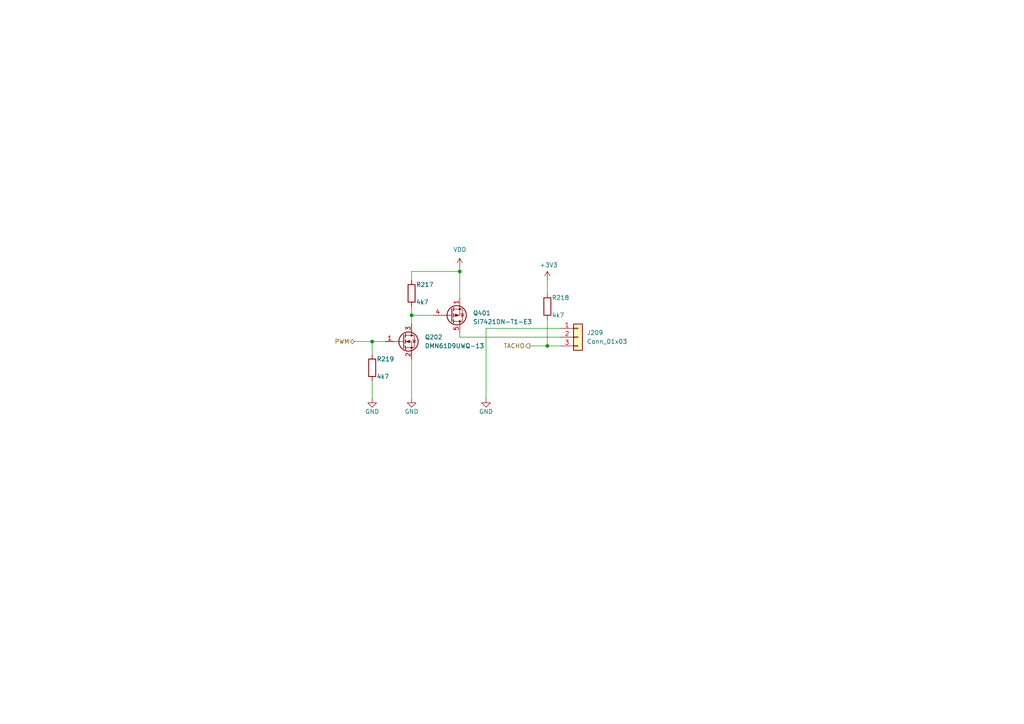
<source format=kicad_sch>
(kicad_sch (version 20230121) (generator eeschema)
  (paper "A4")
  (lib_symbols
    (symbol "Connector_Generic:Conn_01x03" (pin_names (offset 1.016) hide)
      (property "Reference" "J" (at 0 5.08 0))
      (property "Value" "Conn_01x03" (at 0 -5.08 0))
      (symbol "Conn_01x03_1_1"
        (rectangle (start -1.27 -2.413) (end 0 -2.667) (stroke (width 0.1524)))
        (rectangle (start -1.27 0.127) (end 0 -0.127) (stroke (width 0.1524)))
        (rectangle (start -1.27 2.667) (end 0 2.413) (stroke (width 0.1524)))
        (rectangle (start -1.27 3.81) (end 1.27 -3.81) (stroke (width 0.254)) (fill (type background)))
        (pin passive line (at -5.08 2.54 0) (length 3.81) (name "Pin_1") (number "1"))
        (pin passive line (at -5.08 0 0) (length 3.81) (name "Pin_2") (number "2"))
        (pin passive line (at -5.08 -2.54 0) (length 3.81) (name "Pin_3") (number "3"))
      )
    )
    (symbol "Device:Q_NMOS_GSD" (pin_names (offset 0) hide)
      (property "Reference" "Q" (at 5.08 1.27 0))
      (property "Value" "Q_NMOS_GSD" (at 5.08 -1.27 0))
      (symbol "Q_NMOS_GSD_0_1"
        (polyline (pts (xy 0.254 0) (xy -2.54 0)))
        (polyline (pts (xy 0.254 1.905) (xy 0.254 -1.905)) (stroke (width 0.254)))
        (polyline (pts (xy 0.762 -1.27) (xy 0.762 -2.286)) (stroke (width 0.254)))
        (polyline (pts (xy 0.762 0.508) (xy 0.762 -0.508)) (stroke (width 0.254)))
        (polyline (pts (xy 0.762 2.286) (xy 0.762 1.27)) (stroke (width 0.254)))
        (polyline (pts (xy 2.54 2.54) (xy 2.54 1.778)))
        (polyline (pts (xy 2.54 -2.54) (xy 2.54 0) (xy 0.762 0)))
        (polyline (pts (xy 0.762 -1.778) (xy 3.302 -1.778) (xy 3.302 1.778) (xy 0.762 1.778)))
        (polyline (pts (xy 1.016 0) (xy 2.032 0.381) (xy 2.032 -0.381) (xy 1.016 0)) (fill (type outline)))
        (polyline (pts (xy 2.794 0.508) (xy 2.921 0.381) (xy 3.683 0.381) (xy 3.81 0.254)))
        (polyline (pts (xy 3.302 0.381) (xy 2.921 -0.254) (xy 3.683 -0.254) (xy 3.302 0.381)))
        (circle (center 1.651 0) (radius 2.794) (stroke (width 0.254)))
        (circle (center 2.54 -1.778) (radius 0.254) (fill (type outline)))
        (circle (center 2.54 1.778) (radius 0.254) (fill (type outline)))
      )
      (symbol "Q_NMOS_GSD_1_1"
        (pin input line (at -5.08 0 0) (length 2.54) (name "G") (number "1"))
        (pin passive line (at 2.54 -5.08 90) (length 2.54) (name "S") (number "2"))
        (pin passive line (at 2.54 5.08 270) (length 2.54) (name "D") (number "3"))
      )
    )
    (symbol "Device:R" (pin_numbers hide) (pin_names (offset 0))
      (property "Reference" "R" (at 2.032 0 90))
      (property "Value" "R" (at 0 0 90))
      (symbol "R_0_1"
        (rectangle (start -1.016 -2.54) (end 1.016 2.54) (stroke (width 0.254)))
      )
      (symbol "R_1_1"
        (pin passive line (at 0 3.81 270) (length 1.27) (name "~") (number "1"))
        (pin passive line (at 0 -3.81 90) (length 1.27) (name "~") (number "2"))
      )
    )
    (symbol "mylib_ic:SI7421DN-T1-E3" (pin_names (offset 0) hide)
      (property "Reference" "Q" (at 5.08 1.27 0))
      (property "Value" "SI7421DN-T1-E3" (at 5.08 -1.27 0))
      (symbol "SI7421DN-T1-E3_0_1"
        (polyline (pts (xy 0.254 0) (xy -2.54 0)))
        (polyline (pts (xy 0.254 1.905) (xy 0.254 -1.905)) (stroke (width 0.254)))
        (polyline (pts (xy 0.762 -1.27) (xy 0.762 -2.286)) (stroke (width 0.254)))
        (polyline (pts (xy 0.762 0.508) (xy 0.762 -0.508)) (stroke (width 0.254)))
        (polyline (pts (xy 0.762 2.286) (xy 0.762 1.27)) (stroke (width 0.254)))
        (polyline (pts (xy 2.54 2.54) (xy 2.54 1.778)))
        (polyline (pts (xy 2.54 -2.54) (xy 2.54 0) (xy 0.762 0)))
        (polyline (pts (xy 0.762 1.778) (xy 3.302 1.778) (xy 3.302 -1.778) (xy 0.762 -1.778)))
        (polyline (pts (xy 2.286 0) (xy 1.27 0.381) (xy 1.27 -0.381) (xy 2.286 0)) (fill (type outline)))
        (polyline (pts (xy 2.794 -0.508) (xy 2.921 -0.381) (xy 3.683 -0.381) (xy 3.81 -0.254)))
        (polyline (pts (xy 3.302 -0.381) (xy 2.921 0.254) (xy 3.683 0.254) (xy 3.302 -0.381)))
        (circle (center 1.651 0) (radius 2.794) (stroke (width 0.254)))
        (circle (center 2.54 -1.778) (radius 0.254) (fill (type outline)))
        (circle (center 2.54 1.778) (radius 0.254) (fill (type outline)))
      )
      (symbol "SI7421DN-T1-E3_1_1"
        (pin passive line (at 2.54 -5.08 90) (length 2.54) (name "S") (number "1"))
        (pin passive line (at 2.54 -5.08 90) (length 2.54) hide (name "S") (number "2"))
        (pin passive line (at 2.54 -5.08 90) (length 2.54) hide (name "S") (number "3"))
        (pin input line (at -5.08 0 0) (length 2.54) (name "G") (number "4"))
        (pin passive line (at 2.54 5.08 270) (length 2.54) (name "D") (number "5"))
      )
    )
    (symbol "power:+3V3" (power) (pin_names (offset 0))
      (property "Value" "+3V3" (at 0 3.556 0))
      (symbol "+3V3_0_1"
        (polyline (pts (xy -0.762 1.27) (xy 0 2.54)))
        (polyline (pts (xy 0 0) (xy 0 2.54)))
        (polyline (pts (xy 0 2.54) (xy 0.762 1.27)))
      )
      (symbol "+3V3_1_1"
        (pin power_in line (at 0 0 90) (length 0) hide (name "+3V3") (number "1"))
      )
    )
    (symbol "power:GND" (power) (pin_names (offset 0))
      (property "Value" "GND" (at 0 -3.81 0))
      (symbol "GND_0_1"
        (polyline (pts (xy 0 0) (xy 0 -1.27) (xy 1.27 -1.27) (xy 0 -2.54) (xy -1.27 -1.27) (xy 0 -1.27)))
      )
      (symbol "GND_1_1"
        (pin power_in line (at 0 0 270) (length 0) hide (name "GND") (number "1"))
      )
    )
    (symbol "power:VDD" (power) (pin_names (offset 0))
      (property "Value" "VDD" (at 0 3.81 0))
      (symbol "VDD_0_1"
        (polyline (pts (xy -0.762 1.27) (xy 0 2.54)))
        (polyline (pts (xy 0 0) (xy 0 2.54)))
        (polyline (pts (xy 0 2.54) (xy 0.762 1.27)))
      )
      (symbol "VDD_1_1"
        (pin power_in line (at 0 0 90) (length 0) hide (name "VDD") (number "1"))
      )
    )
  )
  (junction (at 133.35 78.74))
  (junction (at 158.75 100.33))
  (junction (at 119.38 91.44))
  (junction (at 107.95 99.06))
  (wire (pts (xy 158.75 100.33) (xy 162.56 100.33)))
  (wire (pts (xy 107.95 99.06) (xy 102.87 99.06)))
  (wire (pts (xy 158.75 81.28) (xy 158.75 85.09)))
  (wire (pts (xy 107.95 102.87) (xy 107.95 99.06)))
  (wire (pts (xy 140.97 95.25) (xy 162.56 95.25)))
  (wire (pts (xy 133.35 86.36) (xy 133.35 78.74)))
  (wire (pts (xy 119.38 78.74) (xy 133.35 78.74)))
  (wire (pts (xy 119.38 104.14) (xy 119.38 115.57)))
  (wire (pts (xy 119.38 78.74) (xy 119.38 81.28)))
  (wire (pts (xy 133.35 97.79) (xy 162.56 97.79)))
  (wire (pts (xy 133.35 78.74) (xy 133.35 77.47)))
  (wire (pts (xy 158.75 92.71) (xy 158.75 100.33)))
  (wire (pts (xy 119.38 91.44) (xy 125.73 91.44)))
  (wire (pts (xy 119.38 91.44) (xy 119.38 93.98)))
  (wire (pts (xy 153.67 100.33) (xy 158.75 100.33)))
  (wire (pts (xy 119.38 88.9) (xy 119.38 91.44)))
  (wire (pts (xy 107.95 99.06) (xy 111.76 99.06)))
  (wire (pts (xy 133.35 96.52) (xy 133.35 97.79)))
  (wire (pts (xy 107.95 110.49) (xy 107.95 115.57)))
  (wire (pts (xy 140.97 95.25) (xy 140.97 115.57)))
  (hierarchical_label "PWM" (shape bidirectional) (at 102.87 99.06 180))
  (hierarchical_label "TACHO" (shape output) (at 153.67 100.33 180))
  (symbol (lib_id "power:GND") (at 107.95 115.57 0) (unit 1)
    (property "Reference" "#PWR0219" (effects hide))
    (property "Value" "GND" (at 107.95 119.38 0))
    (instances (project "firewaterburn" (path "" (reference "#PWR0219") (unit 1)) (path "" (reference "#PWR0703") (unit 1))))
  )
  (symbol (lib_id "power:GND") (at 119.38 115.57 0) (unit 1)
    (property "Reference" "#PWR0220" (effects hide))
    (property "Value" "GND" (at 119.38 119.38 0))
    (instances (project "firewaterburn" (path "" (reference "#PWR0220") (unit 1)) (path "" (reference "#PWR0704") (unit 1))))
  )
  (symbol (lib_id "Device:R") (at 107.95 106.68 0) (unit 1)
    (property "Reference" "R219" (at 109.22 104.14 0) (effects (justify left)))
    (property "Value" "4k7" (at 109.22 109.22 0) (effects (justify left)))
    (property "Footprint" "Resistor_SMD:R_0603_1608Metric" (effects hide))
    (property "Digikey" "311-4.70KHRCT-ND" (effects hide))
    (instances (project "firewaterburn" (path "" (reference "R219") (unit 1)) (path "" (reference "R703") (unit 1))))
  )
  (symbol (lib_id "power:GND") (at 140.97 115.57 0) (unit 1)
    (property "Reference" "#PWR0221" (effects hide))
    (property "Value" "GND" (at 140.97 119.38 0))
    (instances (project "firewaterburn" (path "" (reference "#PWR0221") (unit 1)) (path "" (reference "#PWR0705") (unit 1))))
  )
  (symbol (lib_id "Connector_Generic:Conn_01x03") (at 167.64 97.79 0) (unit 1)
    (property "Reference" "J209" (at 170.18 96.5199 0) (effects (justify left)))
    (property "Value" "Conn_01x03" (at 170.18 99.0599 0) (effects (justify left)))
    (property "Footprint" "mylib_connector:Molex_Pico-Clasp_202396-0307_1x03-1MP_P1.00mm_Horizontal" (effects hide))
    (property "Digikey" "WM26784CT-ND" (effects hide))
    (property "Digikey_" "WM7916-ND" (effects hide))
    (property "Digikey__" "WM15696-ND" (effects hide))
    (instances (project "firewaterburn" (path "" (reference "J209") (unit 1)) (path "" (reference "J701") (unit 1))))
  )
  (symbol (lib_id "mylib_ic:SI7421DN-T1-E3") (at 130.81 91.44 0) (mirror x) (unit 1)
    (property "Reference" "Q401" (at 137.16 90.805 0) (effects (justify left)))
    (property "Value" "SI7421DN-T1-E3" (at 137.16 93.345 0) (effects (justify left)))
    (property "Footprint" "mylib_ic:Vishay_PowerPAK_1212-8_Single" (effects hide))
    (property "Digikey" "SI7421DN-T1-E3CT-ND" (effects hide))
    (instances (project "firewaterburn" (path "" (reference "Q401") (unit 1)) (path "" (reference "Q201") (unit 1)) (path "" (reference "Q701") (unit 1))))
  )
  (symbol (lib_id "Device:R") (at 158.75 88.9 0) (unit 1)
    (property "Reference" "R218" (at 160.02 86.36 0) (effects (justify left)))
    (property "Value" "4k7" (at 160.02 91.44 0) (effects (justify left)))
    (property "Footprint" "Resistor_SMD:R_0603_1608Metric" (effects hide))
    (property "Digikey" "311-4.70KHRCT-ND" (effects hide))
    (instances (project "firewaterburn" (path "" (reference "R218") (unit 1)) (path "" (reference "R702") (unit 1))))
  )
  (symbol (lib_id "Device:Q_NMOS_GSD") (at 116.84 99.06 0) (unit 1)
    (property "Reference" "Q202" (at 123.19 97.7899 0) (effects (justify left)))
    (property "Value" "DMN61D9UWQ-13" (at 123.19 100.3299 0) (effects (justify left)))
    (property "Footprint" "Package_TO_SOT_SMD:SOT-323_SC-70" (effects hide))
    (property "Digikey" "DMN61D9UWQ-13DICT-ND" (effects hide))
    (instances (project "firewaterburn" (path "" (reference "Q202") (unit 1)) (path "" (reference "Q702") (unit 1))))
  )
  (symbol (lib_id "Device:R") (at 119.38 85.09 0) (unit 1)
    (property "Reference" "R217" (at 120.65 82.55 0) (effects (justify left)))
    (property "Value" "4k7" (at 120.65 87.63 0) (effects (justify left)))
    (property "Footprint" "Resistor_SMD:R_0603_1608Metric" (effects hide))
    (property "Digikey" "311-4.70KHRCT-ND" (effects hide))
    (instances (project "firewaterburn" (path "" (reference "R217") (unit 1)) (path "" (reference "R701") (unit 1))))
  )
  (symbol (lib_id "power:+3V3") (at 158.75 81.28 0) (unit 1)
    (property "Reference" "#PWR0218" (effects hide))
    (property "Value" "+3V3" (at 159.131 76.8858 0))
    (instances (project "firewaterburn" (path "" (reference "#PWR0218") (unit 1)) (path "" (reference "#PWR0702") (unit 1))))
  )
  (symbol (lib_id "power:VDD") (at 133.35 77.47 0) (unit 1)
    (property "Reference" "#PWR0403" (effects hide))
    (property "Value" "VDD" (at 133.35 72.39 0))
    (instances (project "firewaterburn" (path "" (reference "#PWR0403") (unit 1)) (path "" (reference "#PWR0217") (unit 1)) (path "" (reference "#PWR0701") (unit 1))))
  )
)
</source>
